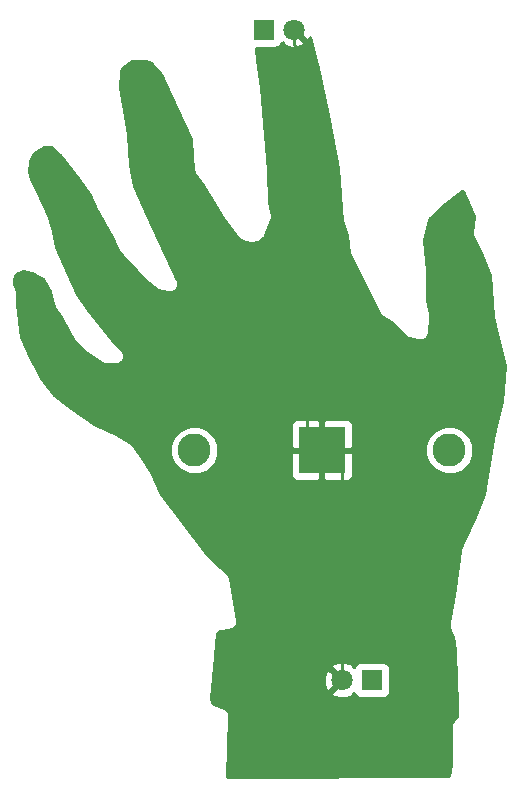
<source format=gbr>
G04 #@! TF.FileFunction,Copper,L2,Bot,Signal*
%FSLAX46Y46*%
G04 Gerber Fmt 4.6, Leading zero omitted, Abs format (unit mm)*
G04 Created by KiCad (PCBNEW 4.0.7-e2-6376~58~ubuntu16.04.1) date Wed Nov 29 21:12:47 2017*
%MOMM*%
%LPD*%
G01*
G04 APERTURE LIST*
%ADD10C,0.100000*%
%ADD11R,4.000000X4.000000*%
%ADD12C,2.800000*%
%ADD13C,1.800000*%
%ADD14R,1.800000X1.800000*%
%ADD15C,0.250000*%
%ADD16C,0.254000*%
G04 APERTURE END LIST*
D10*
D11*
X123850400Y-103606600D03*
D12*
X113050400Y-103606600D03*
X134650400Y-103606600D03*
D13*
X121462800Y-67995800D03*
D14*
X118922800Y-67995800D03*
D13*
X125552200Y-123088400D03*
D14*
X128092200Y-123088400D03*
D15*
X122631200Y-101752400D02*
X125552200Y-104673400D01*
X125552200Y-104673400D02*
X125552200Y-123088400D01*
X122631200Y-70436992D02*
X122631200Y-101752400D01*
X121462800Y-67995800D02*
X121462800Y-69268592D01*
X121462800Y-69268592D02*
X122631200Y-70436992D01*
D16*
G36*
X121656548Y-67981658D02*
X121642405Y-67995800D01*
X122542959Y-68896354D01*
X122799443Y-68809948D01*
X122852800Y-68664109D01*
X123488698Y-71228899D01*
X124348262Y-75248621D01*
X125203463Y-79725849D01*
X125581336Y-84184754D01*
X125602803Y-84259157D01*
X125610990Y-84336160D01*
X125953078Y-85433201D01*
X126111730Y-86906993D01*
X126124741Y-86950858D01*
X128766341Y-92157858D01*
X128812146Y-92208005D01*
X129721650Y-92778142D01*
X130866755Y-93923246D01*
X130910646Y-93952573D01*
X130946115Y-93991671D01*
X131024769Y-94028828D01*
X131097095Y-94077154D01*
X131148869Y-94087453D01*
X131196600Y-94110001D01*
X132009400Y-94313201D01*
X132059434Y-94315636D01*
X132107274Y-94330499D01*
X132186444Y-94323237D01*
X132215746Y-94341605D01*
X132262925Y-94359371D01*
X132313299Y-94357382D01*
X132358930Y-94335951D01*
X132389647Y-94301773D01*
X132462492Y-94263462D01*
X132546892Y-94233220D01*
X132583994Y-94199562D01*
X132628331Y-94176244D01*
X132685670Y-94107323D01*
X132752071Y-94047085D01*
X132773469Y-94001790D01*
X132805506Y-93963281D01*
X132832105Y-93877666D01*
X132870401Y-93796600D01*
X132872836Y-93746566D01*
X132887699Y-93698726D01*
X133040099Y-92250926D01*
X133028532Y-92124834D01*
X133021278Y-91998417D01*
X132851370Y-91343059D01*
X132763982Y-90818729D01*
X132739161Y-88460727D01*
X132732314Y-88428104D01*
X132735408Y-88394914D01*
X132469553Y-85833036D01*
X132936813Y-84091434D01*
X132945877Y-84066898D01*
X134296740Y-82783578D01*
X135731472Y-81662694D01*
X135817412Y-81654637D01*
X136712638Y-83795394D01*
X136556383Y-85134725D01*
X136562547Y-85211406D01*
X136555157Y-85287979D01*
X136573539Y-85348151D01*
X136578580Y-85410862D01*
X136613617Y-85479345D01*
X136636094Y-85552920D01*
X137353088Y-86888012D01*
X138110645Y-88805578D01*
X138356830Y-92227548D01*
X138371742Y-92281816D01*
X138373603Y-92338064D01*
X139338983Y-96471872D01*
X139098549Y-99453254D01*
X138325076Y-102572097D01*
X138323666Y-102602241D01*
X138313164Y-102630534D01*
X137563214Y-107305222D01*
X136734394Y-109426025D01*
X135574059Y-111973718D01*
X135549362Y-112078711D01*
X135515535Y-112181124D01*
X135061762Y-115861726D01*
X134584769Y-118196482D01*
X134584583Y-118232453D01*
X134574036Y-118266841D01*
X134583871Y-118369942D01*
X134583335Y-118473506D01*
X134596927Y-118506807D01*
X134600343Y-118542617D01*
X134752743Y-119050617D01*
X134800307Y-119140263D01*
X134838096Y-119234450D01*
X134932894Y-119379807D01*
X135144253Y-120511200D01*
X135243098Y-123118224D01*
X135305222Y-124896532D01*
X135285821Y-126118804D01*
X134923871Y-126532462D01*
X134858424Y-126646113D01*
X134790585Y-126758361D01*
X134789437Y-126765911D01*
X134785625Y-126772530D01*
X134768651Y-126902585D01*
X134748932Y-127032239D01*
X134773277Y-127567836D01*
X134748342Y-128814603D01*
X134750757Y-128828156D01*
X134748317Y-128841707D01*
X134772796Y-130188035D01*
X134646216Y-131200669D01*
X134615006Y-131217834D01*
X115802508Y-131241984D01*
X116025323Y-126141990D01*
X116022264Y-126122111D01*
X116025946Y-126102343D01*
X116001297Y-125985862D01*
X115983188Y-125868185D01*
X115972757Y-125850994D01*
X115968593Y-125831317D01*
X115901244Y-125733135D01*
X115839481Y-125631346D01*
X115823262Y-125619453D01*
X115811887Y-125602871D01*
X115712089Y-125537934D01*
X115616077Y-125467531D01*
X115596546Y-125462751D01*
X115579687Y-125451781D01*
X114695457Y-125098090D01*
X114515054Y-125022922D01*
X114502863Y-124559646D01*
X114661233Y-122847736D01*
X124005742Y-122847736D01*
X124031361Y-123457860D01*
X124215557Y-123902548D01*
X124472041Y-123988954D01*
X125372595Y-123088400D01*
X124472041Y-122187846D01*
X124215557Y-122274252D01*
X124005742Y-122847736D01*
X114661233Y-122847736D01*
X114738895Y-122008241D01*
X124651646Y-122008241D01*
X125552200Y-122908795D01*
X125566343Y-122894653D01*
X125745948Y-123074258D01*
X125731805Y-123088400D01*
X125745948Y-123102543D01*
X125566343Y-123282148D01*
X125552200Y-123268005D01*
X124651646Y-124168559D01*
X124738052Y-124425043D01*
X125311536Y-124634858D01*
X125921660Y-124609239D01*
X126366348Y-124425043D01*
X126452753Y-124168561D01*
X126567310Y-124283118D01*
X126603788Y-124246640D01*
X126728110Y-124439841D01*
X126940310Y-124584831D01*
X127192200Y-124635840D01*
X128992200Y-124635840D01*
X129227517Y-124591562D01*
X129443641Y-124452490D01*
X129588631Y-124240290D01*
X129639640Y-123988400D01*
X129639640Y-122188400D01*
X129595362Y-121953083D01*
X129456290Y-121736959D01*
X129244090Y-121591969D01*
X128992200Y-121540960D01*
X127192200Y-121540960D01*
X126956883Y-121585238D01*
X126740759Y-121724310D01*
X126601602Y-121927974D01*
X126567310Y-121893682D01*
X126452753Y-122008239D01*
X126366348Y-121751757D01*
X125792864Y-121541942D01*
X125182740Y-121567561D01*
X124738052Y-121751757D01*
X124651646Y-122008241D01*
X114738895Y-122008241D01*
X115006986Y-119110314D01*
X115193706Y-118940568D01*
X116034931Y-118840422D01*
X116050129Y-118835472D01*
X116066100Y-118836008D01*
X116181305Y-118792752D01*
X116298342Y-118754636D01*
X116310489Y-118744247D01*
X116325449Y-118738630D01*
X116415338Y-118654575D01*
X116508874Y-118574577D01*
X116516120Y-118560333D01*
X116527793Y-118549417D01*
X116578673Y-118437358D01*
X116634474Y-118327658D01*
X116635717Y-118311723D01*
X116642324Y-118297172D01*
X116646448Y-118174182D01*
X116656022Y-118051469D01*
X116651072Y-118036271D01*
X116651608Y-118020300D01*
X116067408Y-114464300D01*
X116031742Y-114369309D01*
X116006351Y-114271059D01*
X115983423Y-114240621D01*
X115970030Y-114204951D01*
X115900727Y-114130839D01*
X115839671Y-114049784D01*
X115141333Y-113426268D01*
X113963604Y-112267233D01*
X110220454Y-107311349D01*
X110038957Y-107004373D01*
X109501375Y-105611546D01*
X109456808Y-105541197D01*
X109423886Y-105464697D01*
X108422537Y-104009611D01*
X111015048Y-104009611D01*
X111324205Y-104757829D01*
X111896160Y-105330783D01*
X112643838Y-105641246D01*
X113453411Y-105641952D01*
X114201629Y-105332795D01*
X114774583Y-104760840D01*
X115085046Y-104013162D01*
X115085151Y-103892350D01*
X121215400Y-103892350D01*
X121215400Y-105732910D01*
X121312073Y-105966299D01*
X121490702Y-106144927D01*
X121724091Y-106241600D01*
X123564650Y-106241600D01*
X123723400Y-106082850D01*
X123723400Y-103733600D01*
X123977400Y-103733600D01*
X123977400Y-106082850D01*
X124136150Y-106241600D01*
X125976709Y-106241600D01*
X126210098Y-106144927D01*
X126388727Y-105966299D01*
X126485400Y-105732910D01*
X126485400Y-104009611D01*
X132615048Y-104009611D01*
X132924205Y-104757829D01*
X133496160Y-105330783D01*
X134243838Y-105641246D01*
X135053411Y-105641952D01*
X135801629Y-105332795D01*
X136374583Y-104760840D01*
X136685046Y-104013162D01*
X136685752Y-103203589D01*
X136376595Y-102455371D01*
X135804640Y-101882417D01*
X135056962Y-101571954D01*
X134247389Y-101571248D01*
X133499171Y-101880405D01*
X132926217Y-102452360D01*
X132615754Y-103200038D01*
X132615048Y-104009611D01*
X126485400Y-104009611D01*
X126485400Y-103892350D01*
X126326650Y-103733600D01*
X123977400Y-103733600D01*
X123723400Y-103733600D01*
X121374150Y-103733600D01*
X121215400Y-103892350D01*
X115085151Y-103892350D01*
X115085752Y-103203589D01*
X114776595Y-102455371D01*
X114204640Y-101882417D01*
X113456962Y-101571954D01*
X112647389Y-101571248D01*
X111899171Y-101880405D01*
X111326217Y-102452360D01*
X111015754Y-103200038D01*
X111015048Y-104009611D01*
X108422537Y-104009611D01*
X107798286Y-103102498D01*
X107783783Y-103088387D01*
X107774751Y-103070276D01*
X107684973Y-102992247D01*
X107599733Y-102909311D01*
X107580934Y-102901824D01*
X107565659Y-102888548D01*
X106676659Y-102380547D01*
X106649439Y-102371442D01*
X106626343Y-102354403D01*
X104766051Y-101480290D01*
X121215400Y-101480290D01*
X121215400Y-103320850D01*
X121374150Y-103479600D01*
X123723400Y-103479600D01*
X123723400Y-101130350D01*
X123977400Y-101130350D01*
X123977400Y-103479600D01*
X126326650Y-103479600D01*
X126485400Y-103320850D01*
X126485400Y-101480290D01*
X126388727Y-101246901D01*
X126210098Y-101068273D01*
X125976709Y-100971600D01*
X124136150Y-100971600D01*
X123977400Y-101130350D01*
X123723400Y-101130350D01*
X123564650Y-100971600D01*
X121724091Y-100971600D01*
X121490702Y-101068273D01*
X121312073Y-101246901D01*
X121215400Y-101480290D01*
X104766051Y-101480290D01*
X104571483Y-101388867D01*
X102576927Y-100009914D01*
X101149592Y-98915623D01*
X100115324Y-97481753D01*
X99111159Y-95718342D01*
X98357552Y-93999176D01*
X98216699Y-92661074D01*
X98216500Y-92660432D01*
X98216560Y-92659761D01*
X98066439Y-91258640D01*
X98016633Y-90187812D01*
X98014508Y-90179234D01*
X98015613Y-90170469D01*
X97981281Y-90045102D01*
X97950022Y-89918912D01*
X97944777Y-89911801D01*
X97942443Y-89903278D01*
X97775040Y-89568473D01*
X97806549Y-89111601D01*
X97931529Y-88724161D01*
X98577553Y-88465752D01*
X99281269Y-88588902D01*
X100265600Y-89120441D01*
X100829237Y-90147067D01*
X101086481Y-91246198D01*
X101138767Y-91361341D01*
X101187044Y-91478237D01*
X101777462Y-92363864D01*
X102751767Y-94187563D01*
X102814212Y-94263684D01*
X102867518Y-94346466D01*
X103604118Y-95108465D01*
X103664544Y-95150339D01*
X103716178Y-95202673D01*
X105214778Y-96218673D01*
X105281383Y-96246788D01*
X105341495Y-96286954D01*
X105407758Y-96300135D01*
X105469999Y-96326408D01*
X105542291Y-96326895D01*
X105613200Y-96341000D01*
X106400600Y-96341000D01*
X106526694Y-96315918D01*
X106653460Y-96294446D01*
X106662192Y-96288966D01*
X106672305Y-96286954D01*
X106779215Y-96215519D01*
X106888103Y-96147179D01*
X106894073Y-96138774D01*
X106902646Y-96133046D01*
X106974074Y-96026145D01*
X107048527Y-95921328D01*
X107050827Y-95911277D01*
X107056554Y-95902705D01*
X107081632Y-95776628D01*
X107110311Y-95651278D01*
X107108589Y-95641111D01*
X107110600Y-95631000D01*
X107085518Y-95504904D01*
X107064046Y-95378140D01*
X107058566Y-95369408D01*
X107056554Y-95359295D01*
X106985119Y-95252385D01*
X106916779Y-95143497D01*
X106073205Y-94250301D01*
X104068913Y-91744937D01*
X103082258Y-90397311D01*
X102275274Y-88563256D01*
X102274950Y-88562793D01*
X102274827Y-88562243D01*
X101341128Y-86449135D01*
X101077012Y-85128558D01*
X101066704Y-85103745D01*
X101064669Y-85076953D01*
X100759869Y-83984753D01*
X100739011Y-83943539D01*
X100729613Y-83898309D01*
X100018413Y-82221910D01*
X100000658Y-82195822D01*
X99991550Y-82165607D01*
X99196944Y-80672711D01*
X99062212Y-80095288D01*
X99101395Y-79154891D01*
X99503200Y-78491040D01*
X100352679Y-77962475D01*
X100943043Y-77920306D01*
X101691054Y-78593516D01*
X103236669Y-80531668D01*
X104227809Y-82006292D01*
X104837872Y-83372832D01*
X104858451Y-83401889D01*
X104869747Y-83435659D01*
X106076441Y-85547374D01*
X106700511Y-86845439D01*
X106767765Y-86934926D01*
X106828006Y-87029280D01*
X108021806Y-88273880D01*
X108024724Y-88275919D01*
X108026668Y-88278899D01*
X109169668Y-89447299D01*
X109221511Y-89482770D01*
X109264521Y-89528551D01*
X109975721Y-90036551D01*
X110007719Y-90050990D01*
X110034137Y-90074102D01*
X110133051Y-90107547D01*
X110228230Y-90150497D01*
X110263315Y-90151592D01*
X110296569Y-90162836D01*
X110880770Y-90239036D01*
X110942567Y-90234911D01*
X111003779Y-90244314D01*
X111079448Y-90225775D01*
X111157183Y-90220586D01*
X111212694Y-90193128D01*
X111272849Y-90178390D01*
X111335663Y-90132304D01*
X111405495Y-90097763D01*
X111446276Y-90051148D01*
X111496208Y-90014514D01*
X111536604Y-89947900D01*
X111587903Y-89889263D01*
X111607740Y-89830595D01*
X111639854Y-89777638D01*
X111651682Y-89700636D01*
X111676637Y-89626831D01*
X111672512Y-89565030D01*
X111681914Y-89503821D01*
X111663376Y-89428158D01*
X111658187Y-89350418D01*
X111630728Y-89294903D01*
X111615990Y-89234751D01*
X108951445Y-83525012D01*
X107922544Y-81222232D01*
X107614958Y-79495020D01*
X107464998Y-76920711D01*
X107456463Y-76887907D01*
X107457944Y-76854040D01*
X107305544Y-75863439D01*
X107302279Y-75854467D01*
X107302444Y-75844922D01*
X106782364Y-72972096D01*
X106827817Y-71494863D01*
X106898403Y-71273022D01*
X107815381Y-70679683D01*
X108921633Y-70640867D01*
X109425276Y-70835826D01*
X110270005Y-71721761D01*
X111642120Y-74882526D01*
X111648953Y-74892389D01*
X111651881Y-74904026D01*
X112764759Y-77250746D01*
X112880779Y-78666193D01*
X112956645Y-79778897D01*
X112966011Y-79813488D01*
X112964995Y-79849311D01*
X113001947Y-79946205D01*
X113029048Y-80046296D01*
X113050938Y-80074669D01*
X113063708Y-80108155D01*
X113749238Y-81199926D01*
X115450837Y-83917405D01*
X115472146Y-83940015D01*
X115485648Y-83967994D01*
X116730248Y-85618994D01*
X116808278Y-85688612D01*
X116879167Y-85765488D01*
X116910886Y-85780158D01*
X116936962Y-85803423D01*
X117035693Y-85837881D01*
X117130605Y-85881778D01*
X117867205Y-86059578D01*
X117881417Y-86060154D01*
X117894557Y-86065613D01*
X118019357Y-86065743D01*
X118144006Y-86070794D01*
X118157357Y-86065887D01*
X118171586Y-86065902D01*
X118286924Y-86018269D01*
X118404030Y-85975230D01*
X118414488Y-85965586D01*
X118427637Y-85960156D01*
X118808637Y-85706156D01*
X118864062Y-85650846D01*
X118928157Y-85605873D01*
X118961171Y-85553940D01*
X119004730Y-85510472D01*
X119034770Y-85438165D01*
X119076777Y-85372085D01*
X119559376Y-84127485D01*
X119568164Y-84077358D01*
X119589097Y-84030970D01*
X119591870Y-83942147D01*
X119607215Y-83854619D01*
X119596152Y-83804946D01*
X119597740Y-83754076D01*
X119401461Y-82576401D01*
X119276426Y-79900659D01*
X119272841Y-79886202D01*
X119274452Y-79871395D01*
X118664852Y-72962595D01*
X118660910Y-72949108D01*
X118661884Y-72935092D01*
X118357930Y-70554116D01*
X118248052Y-69543240D01*
X119822800Y-69543240D01*
X120058117Y-69498962D01*
X120274241Y-69359890D01*
X120413398Y-69156226D01*
X120447690Y-69190518D01*
X120562247Y-69075961D01*
X120648652Y-69332443D01*
X121222136Y-69542258D01*
X121832260Y-69516639D01*
X122276948Y-69332443D01*
X122363354Y-69075959D01*
X121462800Y-68175405D01*
X121448658Y-68189548D01*
X121269053Y-68009943D01*
X121283195Y-67995800D01*
X121269053Y-67981658D01*
X121448658Y-67802053D01*
X121462800Y-67816195D01*
X121476943Y-67802053D01*
X121656548Y-67981658D01*
X121656548Y-67981658D01*
G37*
X121656548Y-67981658D02*
X121642405Y-67995800D01*
X122542959Y-68896354D01*
X122799443Y-68809948D01*
X122852800Y-68664109D01*
X123488698Y-71228899D01*
X124348262Y-75248621D01*
X125203463Y-79725849D01*
X125581336Y-84184754D01*
X125602803Y-84259157D01*
X125610990Y-84336160D01*
X125953078Y-85433201D01*
X126111730Y-86906993D01*
X126124741Y-86950858D01*
X128766341Y-92157858D01*
X128812146Y-92208005D01*
X129721650Y-92778142D01*
X130866755Y-93923246D01*
X130910646Y-93952573D01*
X130946115Y-93991671D01*
X131024769Y-94028828D01*
X131097095Y-94077154D01*
X131148869Y-94087453D01*
X131196600Y-94110001D01*
X132009400Y-94313201D01*
X132059434Y-94315636D01*
X132107274Y-94330499D01*
X132186444Y-94323237D01*
X132215746Y-94341605D01*
X132262925Y-94359371D01*
X132313299Y-94357382D01*
X132358930Y-94335951D01*
X132389647Y-94301773D01*
X132462492Y-94263462D01*
X132546892Y-94233220D01*
X132583994Y-94199562D01*
X132628331Y-94176244D01*
X132685670Y-94107323D01*
X132752071Y-94047085D01*
X132773469Y-94001790D01*
X132805506Y-93963281D01*
X132832105Y-93877666D01*
X132870401Y-93796600D01*
X132872836Y-93746566D01*
X132887699Y-93698726D01*
X133040099Y-92250926D01*
X133028532Y-92124834D01*
X133021278Y-91998417D01*
X132851370Y-91343059D01*
X132763982Y-90818729D01*
X132739161Y-88460727D01*
X132732314Y-88428104D01*
X132735408Y-88394914D01*
X132469553Y-85833036D01*
X132936813Y-84091434D01*
X132945877Y-84066898D01*
X134296740Y-82783578D01*
X135731472Y-81662694D01*
X135817412Y-81654637D01*
X136712638Y-83795394D01*
X136556383Y-85134725D01*
X136562547Y-85211406D01*
X136555157Y-85287979D01*
X136573539Y-85348151D01*
X136578580Y-85410862D01*
X136613617Y-85479345D01*
X136636094Y-85552920D01*
X137353088Y-86888012D01*
X138110645Y-88805578D01*
X138356830Y-92227548D01*
X138371742Y-92281816D01*
X138373603Y-92338064D01*
X139338983Y-96471872D01*
X139098549Y-99453254D01*
X138325076Y-102572097D01*
X138323666Y-102602241D01*
X138313164Y-102630534D01*
X137563214Y-107305222D01*
X136734394Y-109426025D01*
X135574059Y-111973718D01*
X135549362Y-112078711D01*
X135515535Y-112181124D01*
X135061762Y-115861726D01*
X134584769Y-118196482D01*
X134584583Y-118232453D01*
X134574036Y-118266841D01*
X134583871Y-118369942D01*
X134583335Y-118473506D01*
X134596927Y-118506807D01*
X134600343Y-118542617D01*
X134752743Y-119050617D01*
X134800307Y-119140263D01*
X134838096Y-119234450D01*
X134932894Y-119379807D01*
X135144253Y-120511200D01*
X135243098Y-123118224D01*
X135305222Y-124896532D01*
X135285821Y-126118804D01*
X134923871Y-126532462D01*
X134858424Y-126646113D01*
X134790585Y-126758361D01*
X134789437Y-126765911D01*
X134785625Y-126772530D01*
X134768651Y-126902585D01*
X134748932Y-127032239D01*
X134773277Y-127567836D01*
X134748342Y-128814603D01*
X134750757Y-128828156D01*
X134748317Y-128841707D01*
X134772796Y-130188035D01*
X134646216Y-131200669D01*
X134615006Y-131217834D01*
X115802508Y-131241984D01*
X116025323Y-126141990D01*
X116022264Y-126122111D01*
X116025946Y-126102343D01*
X116001297Y-125985862D01*
X115983188Y-125868185D01*
X115972757Y-125850994D01*
X115968593Y-125831317D01*
X115901244Y-125733135D01*
X115839481Y-125631346D01*
X115823262Y-125619453D01*
X115811887Y-125602871D01*
X115712089Y-125537934D01*
X115616077Y-125467531D01*
X115596546Y-125462751D01*
X115579687Y-125451781D01*
X114695457Y-125098090D01*
X114515054Y-125022922D01*
X114502863Y-124559646D01*
X114661233Y-122847736D01*
X124005742Y-122847736D01*
X124031361Y-123457860D01*
X124215557Y-123902548D01*
X124472041Y-123988954D01*
X125372595Y-123088400D01*
X124472041Y-122187846D01*
X124215557Y-122274252D01*
X124005742Y-122847736D01*
X114661233Y-122847736D01*
X114738895Y-122008241D01*
X124651646Y-122008241D01*
X125552200Y-122908795D01*
X125566343Y-122894653D01*
X125745948Y-123074258D01*
X125731805Y-123088400D01*
X125745948Y-123102543D01*
X125566343Y-123282148D01*
X125552200Y-123268005D01*
X124651646Y-124168559D01*
X124738052Y-124425043D01*
X125311536Y-124634858D01*
X125921660Y-124609239D01*
X126366348Y-124425043D01*
X126452753Y-124168561D01*
X126567310Y-124283118D01*
X126603788Y-124246640D01*
X126728110Y-124439841D01*
X126940310Y-124584831D01*
X127192200Y-124635840D01*
X128992200Y-124635840D01*
X129227517Y-124591562D01*
X129443641Y-124452490D01*
X129588631Y-124240290D01*
X129639640Y-123988400D01*
X129639640Y-122188400D01*
X129595362Y-121953083D01*
X129456290Y-121736959D01*
X129244090Y-121591969D01*
X128992200Y-121540960D01*
X127192200Y-121540960D01*
X126956883Y-121585238D01*
X126740759Y-121724310D01*
X126601602Y-121927974D01*
X126567310Y-121893682D01*
X126452753Y-122008239D01*
X126366348Y-121751757D01*
X125792864Y-121541942D01*
X125182740Y-121567561D01*
X124738052Y-121751757D01*
X124651646Y-122008241D01*
X114738895Y-122008241D01*
X115006986Y-119110314D01*
X115193706Y-118940568D01*
X116034931Y-118840422D01*
X116050129Y-118835472D01*
X116066100Y-118836008D01*
X116181305Y-118792752D01*
X116298342Y-118754636D01*
X116310489Y-118744247D01*
X116325449Y-118738630D01*
X116415338Y-118654575D01*
X116508874Y-118574577D01*
X116516120Y-118560333D01*
X116527793Y-118549417D01*
X116578673Y-118437358D01*
X116634474Y-118327658D01*
X116635717Y-118311723D01*
X116642324Y-118297172D01*
X116646448Y-118174182D01*
X116656022Y-118051469D01*
X116651072Y-118036271D01*
X116651608Y-118020300D01*
X116067408Y-114464300D01*
X116031742Y-114369309D01*
X116006351Y-114271059D01*
X115983423Y-114240621D01*
X115970030Y-114204951D01*
X115900727Y-114130839D01*
X115839671Y-114049784D01*
X115141333Y-113426268D01*
X113963604Y-112267233D01*
X110220454Y-107311349D01*
X110038957Y-107004373D01*
X109501375Y-105611546D01*
X109456808Y-105541197D01*
X109423886Y-105464697D01*
X108422537Y-104009611D01*
X111015048Y-104009611D01*
X111324205Y-104757829D01*
X111896160Y-105330783D01*
X112643838Y-105641246D01*
X113453411Y-105641952D01*
X114201629Y-105332795D01*
X114774583Y-104760840D01*
X115085046Y-104013162D01*
X115085151Y-103892350D01*
X121215400Y-103892350D01*
X121215400Y-105732910D01*
X121312073Y-105966299D01*
X121490702Y-106144927D01*
X121724091Y-106241600D01*
X123564650Y-106241600D01*
X123723400Y-106082850D01*
X123723400Y-103733600D01*
X123977400Y-103733600D01*
X123977400Y-106082850D01*
X124136150Y-106241600D01*
X125976709Y-106241600D01*
X126210098Y-106144927D01*
X126388727Y-105966299D01*
X126485400Y-105732910D01*
X126485400Y-104009611D01*
X132615048Y-104009611D01*
X132924205Y-104757829D01*
X133496160Y-105330783D01*
X134243838Y-105641246D01*
X135053411Y-105641952D01*
X135801629Y-105332795D01*
X136374583Y-104760840D01*
X136685046Y-104013162D01*
X136685752Y-103203589D01*
X136376595Y-102455371D01*
X135804640Y-101882417D01*
X135056962Y-101571954D01*
X134247389Y-101571248D01*
X133499171Y-101880405D01*
X132926217Y-102452360D01*
X132615754Y-103200038D01*
X132615048Y-104009611D01*
X126485400Y-104009611D01*
X126485400Y-103892350D01*
X126326650Y-103733600D01*
X123977400Y-103733600D01*
X123723400Y-103733600D01*
X121374150Y-103733600D01*
X121215400Y-103892350D01*
X115085151Y-103892350D01*
X115085752Y-103203589D01*
X114776595Y-102455371D01*
X114204640Y-101882417D01*
X113456962Y-101571954D01*
X112647389Y-101571248D01*
X111899171Y-101880405D01*
X111326217Y-102452360D01*
X111015754Y-103200038D01*
X111015048Y-104009611D01*
X108422537Y-104009611D01*
X107798286Y-103102498D01*
X107783783Y-103088387D01*
X107774751Y-103070276D01*
X107684973Y-102992247D01*
X107599733Y-102909311D01*
X107580934Y-102901824D01*
X107565659Y-102888548D01*
X106676659Y-102380547D01*
X106649439Y-102371442D01*
X106626343Y-102354403D01*
X104766051Y-101480290D01*
X121215400Y-101480290D01*
X121215400Y-103320850D01*
X121374150Y-103479600D01*
X123723400Y-103479600D01*
X123723400Y-101130350D01*
X123977400Y-101130350D01*
X123977400Y-103479600D01*
X126326650Y-103479600D01*
X126485400Y-103320850D01*
X126485400Y-101480290D01*
X126388727Y-101246901D01*
X126210098Y-101068273D01*
X125976709Y-100971600D01*
X124136150Y-100971600D01*
X123977400Y-101130350D01*
X123723400Y-101130350D01*
X123564650Y-100971600D01*
X121724091Y-100971600D01*
X121490702Y-101068273D01*
X121312073Y-101246901D01*
X121215400Y-101480290D01*
X104766051Y-101480290D01*
X104571483Y-101388867D01*
X102576927Y-100009914D01*
X101149592Y-98915623D01*
X100115324Y-97481753D01*
X99111159Y-95718342D01*
X98357552Y-93999176D01*
X98216699Y-92661074D01*
X98216500Y-92660432D01*
X98216560Y-92659761D01*
X98066439Y-91258640D01*
X98016633Y-90187812D01*
X98014508Y-90179234D01*
X98015613Y-90170469D01*
X97981281Y-90045102D01*
X97950022Y-89918912D01*
X97944777Y-89911801D01*
X97942443Y-89903278D01*
X97775040Y-89568473D01*
X97806549Y-89111601D01*
X97931529Y-88724161D01*
X98577553Y-88465752D01*
X99281269Y-88588902D01*
X100265600Y-89120441D01*
X100829237Y-90147067D01*
X101086481Y-91246198D01*
X101138767Y-91361341D01*
X101187044Y-91478237D01*
X101777462Y-92363864D01*
X102751767Y-94187563D01*
X102814212Y-94263684D01*
X102867518Y-94346466D01*
X103604118Y-95108465D01*
X103664544Y-95150339D01*
X103716178Y-95202673D01*
X105214778Y-96218673D01*
X105281383Y-96246788D01*
X105341495Y-96286954D01*
X105407758Y-96300135D01*
X105469999Y-96326408D01*
X105542291Y-96326895D01*
X105613200Y-96341000D01*
X106400600Y-96341000D01*
X106526694Y-96315918D01*
X106653460Y-96294446D01*
X106662192Y-96288966D01*
X106672305Y-96286954D01*
X106779215Y-96215519D01*
X106888103Y-96147179D01*
X106894073Y-96138774D01*
X106902646Y-96133046D01*
X106974074Y-96026145D01*
X107048527Y-95921328D01*
X107050827Y-95911277D01*
X107056554Y-95902705D01*
X107081632Y-95776628D01*
X107110311Y-95651278D01*
X107108589Y-95641111D01*
X107110600Y-95631000D01*
X107085518Y-95504904D01*
X107064046Y-95378140D01*
X107058566Y-95369408D01*
X107056554Y-95359295D01*
X106985119Y-95252385D01*
X106916779Y-95143497D01*
X106073205Y-94250301D01*
X104068913Y-91744937D01*
X103082258Y-90397311D01*
X102275274Y-88563256D01*
X102274950Y-88562793D01*
X102274827Y-88562243D01*
X101341128Y-86449135D01*
X101077012Y-85128558D01*
X101066704Y-85103745D01*
X101064669Y-85076953D01*
X100759869Y-83984753D01*
X100739011Y-83943539D01*
X100729613Y-83898309D01*
X100018413Y-82221910D01*
X100000658Y-82195822D01*
X99991550Y-82165607D01*
X99196944Y-80672711D01*
X99062212Y-80095288D01*
X99101395Y-79154891D01*
X99503200Y-78491040D01*
X100352679Y-77962475D01*
X100943043Y-77920306D01*
X101691054Y-78593516D01*
X103236669Y-80531668D01*
X104227809Y-82006292D01*
X104837872Y-83372832D01*
X104858451Y-83401889D01*
X104869747Y-83435659D01*
X106076441Y-85547374D01*
X106700511Y-86845439D01*
X106767765Y-86934926D01*
X106828006Y-87029280D01*
X108021806Y-88273880D01*
X108024724Y-88275919D01*
X108026668Y-88278899D01*
X109169668Y-89447299D01*
X109221511Y-89482770D01*
X109264521Y-89528551D01*
X109975721Y-90036551D01*
X110007719Y-90050990D01*
X110034137Y-90074102D01*
X110133051Y-90107547D01*
X110228230Y-90150497D01*
X110263315Y-90151592D01*
X110296569Y-90162836D01*
X110880770Y-90239036D01*
X110942567Y-90234911D01*
X111003779Y-90244314D01*
X111079448Y-90225775D01*
X111157183Y-90220586D01*
X111212694Y-90193128D01*
X111272849Y-90178390D01*
X111335663Y-90132304D01*
X111405495Y-90097763D01*
X111446276Y-90051148D01*
X111496208Y-90014514D01*
X111536604Y-89947900D01*
X111587903Y-89889263D01*
X111607740Y-89830595D01*
X111639854Y-89777638D01*
X111651682Y-89700636D01*
X111676637Y-89626831D01*
X111672512Y-89565030D01*
X111681914Y-89503821D01*
X111663376Y-89428158D01*
X111658187Y-89350418D01*
X111630728Y-89294903D01*
X111615990Y-89234751D01*
X108951445Y-83525012D01*
X107922544Y-81222232D01*
X107614958Y-79495020D01*
X107464998Y-76920711D01*
X107456463Y-76887907D01*
X107457944Y-76854040D01*
X107305544Y-75863439D01*
X107302279Y-75854467D01*
X107302444Y-75844922D01*
X106782364Y-72972096D01*
X106827817Y-71494863D01*
X106898403Y-71273022D01*
X107815381Y-70679683D01*
X108921633Y-70640867D01*
X109425276Y-70835826D01*
X110270005Y-71721761D01*
X111642120Y-74882526D01*
X111648953Y-74892389D01*
X111651881Y-74904026D01*
X112764759Y-77250746D01*
X112880779Y-78666193D01*
X112956645Y-79778897D01*
X112966011Y-79813488D01*
X112964995Y-79849311D01*
X113001947Y-79946205D01*
X113029048Y-80046296D01*
X113050938Y-80074669D01*
X113063708Y-80108155D01*
X113749238Y-81199926D01*
X115450837Y-83917405D01*
X115472146Y-83940015D01*
X115485648Y-83967994D01*
X116730248Y-85618994D01*
X116808278Y-85688612D01*
X116879167Y-85765488D01*
X116910886Y-85780158D01*
X116936962Y-85803423D01*
X117035693Y-85837881D01*
X117130605Y-85881778D01*
X117867205Y-86059578D01*
X117881417Y-86060154D01*
X117894557Y-86065613D01*
X118019357Y-86065743D01*
X118144006Y-86070794D01*
X118157357Y-86065887D01*
X118171586Y-86065902D01*
X118286924Y-86018269D01*
X118404030Y-85975230D01*
X118414488Y-85965586D01*
X118427637Y-85960156D01*
X118808637Y-85706156D01*
X118864062Y-85650846D01*
X118928157Y-85605873D01*
X118961171Y-85553940D01*
X119004730Y-85510472D01*
X119034770Y-85438165D01*
X119076777Y-85372085D01*
X119559376Y-84127485D01*
X119568164Y-84077358D01*
X119589097Y-84030970D01*
X119591870Y-83942147D01*
X119607215Y-83854619D01*
X119596152Y-83804946D01*
X119597740Y-83754076D01*
X119401461Y-82576401D01*
X119276426Y-79900659D01*
X119272841Y-79886202D01*
X119274452Y-79871395D01*
X118664852Y-72962595D01*
X118660910Y-72949108D01*
X118661884Y-72935092D01*
X118357930Y-70554116D01*
X118248052Y-69543240D01*
X119822800Y-69543240D01*
X120058117Y-69498962D01*
X120274241Y-69359890D01*
X120413398Y-69156226D01*
X120447690Y-69190518D01*
X120562247Y-69075961D01*
X120648652Y-69332443D01*
X121222136Y-69542258D01*
X121832260Y-69516639D01*
X122276948Y-69332443D01*
X122363354Y-69075959D01*
X121462800Y-68175405D01*
X121448658Y-68189548D01*
X121269053Y-68009943D01*
X121283195Y-67995800D01*
X121269053Y-67981658D01*
X121448658Y-67802053D01*
X121462800Y-67816195D01*
X121476943Y-67802053D01*
X121656548Y-67981658D01*
M02*

</source>
